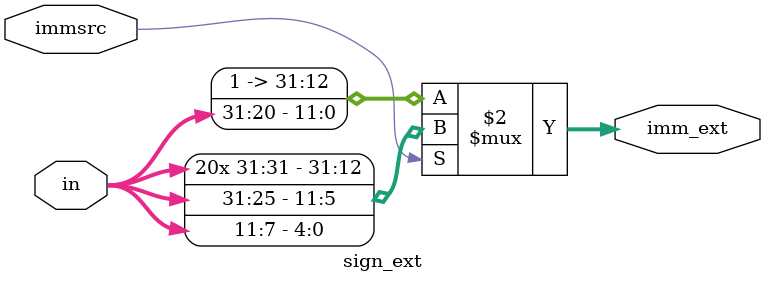
<source format=v>
module sign_ext(in,imm_ext,immsrc);

    input immsrc;
    input [31:0] in;
    output [31:0] imm_ext;

    assign imm_ext = (immsrc == 1'b1) ? ({{20{in[31]}},in[31:25],in[11:7]}) : 
                                        {{20{1'b1}},in[31:20]};

endmodule
</source>
